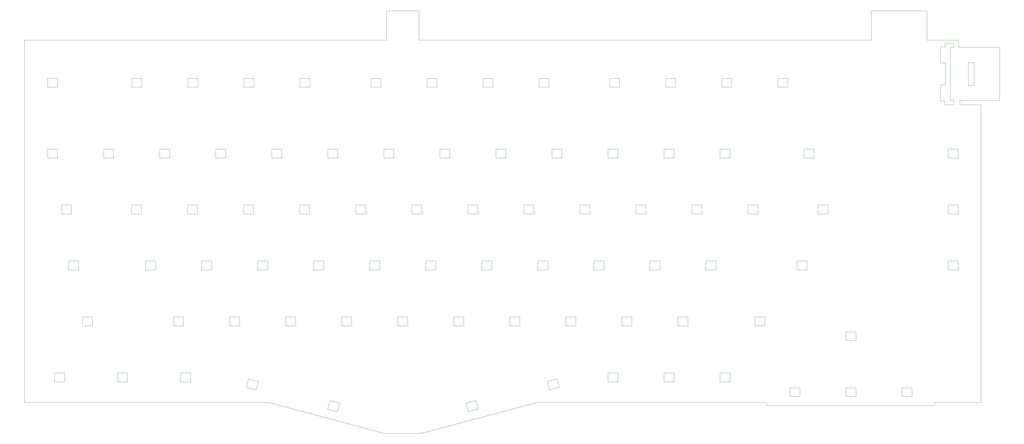
<source format=gbr>
%TF.GenerationSoftware,KiCad,Pcbnew,(6.0.7)*%
%TF.CreationDate,2022-09-18T02:02:10+02:00*%
%TF.ProjectId,Kanagawa_rgb_ansi_stamp,4b616e61-6761-4776-915f-7267625f616e,rev?*%
%TF.SameCoordinates,Original*%
%TF.FileFunction,Profile,NP*%
%FSLAX46Y46*%
G04 Gerber Fmt 4.6, Leading zero omitted, Abs format (unit mm)*
G04 Created by KiCad (PCBNEW (6.0.7)) date 2022-09-18 02:02:10*
%MOMM*%
%LPD*%
G01*
G04 APERTURE LIST*
%TA.AperFunction,Profile*%
%ADD10C,0.050000*%
%TD*%
%TA.AperFunction,Profile*%
%ADD11C,0.120000*%
%TD*%
G04 APERTURE END LIST*
D10*
X183889820Y-196469915D02*
X223076035Y-185970000D01*
X358562500Y-186970000D02*
X301412500Y-186970000D01*
X183889820Y-196469915D02*
X171285180Y-196469915D01*
X371839999Y-70119997D02*
X369839998Y-70119999D01*
X49000000Y-62570000D02*
X49000000Y-185970000D01*
X132098965Y-185970000D02*
X171285180Y-196469915D01*
X355780000Y-62570000D02*
X366530000Y-62570000D01*
X360350000Y-77845000D02*
X362113000Y-77845000D01*
X374225000Y-185970000D02*
X358562500Y-185970000D01*
X49000000Y-62570000D02*
X172087500Y-62570000D01*
X380539999Y-83119999D02*
X380539997Y-65119997D01*
X360350000Y-70345000D02*
X362113000Y-70345000D01*
X365000000Y-83120000D02*
X365000000Y-84595000D01*
X49000000Y-185970000D02*
X132098965Y-185970000D01*
X379225000Y-83120000D02*
X380539999Y-83119999D01*
X360350000Y-77845000D02*
X360350000Y-83345000D01*
X183087500Y-62570000D02*
X336900000Y-62570000D01*
X369840000Y-78119997D02*
X371840000Y-78119998D01*
X365000000Y-84595000D02*
X361950000Y-84595000D01*
X367000000Y-84595000D02*
X374225000Y-84595000D01*
X365000000Y-65120000D02*
X363780000Y-65120000D01*
X362113000Y-77845000D02*
X362113000Y-70345000D01*
X361950000Y-83345000D02*
X360350000Y-83345000D01*
X369839998Y-70119999D02*
X369840000Y-78119997D01*
X379225000Y-65120000D02*
X380539997Y-65119997D01*
X336900000Y-52570000D02*
X355780000Y-52570000D01*
X371840000Y-78119998D02*
X371839999Y-70119997D01*
X360350000Y-70345000D02*
X360350000Y-64845000D01*
X355780000Y-52570000D02*
X355780000Y-62570000D01*
X365000000Y-83120000D02*
X363780000Y-83119998D01*
X365000000Y-63595000D02*
X365000000Y-65120000D01*
X361950000Y-83345000D02*
X361950000Y-84595000D01*
X363780000Y-65120000D02*
X363780000Y-83119998D01*
X358562500Y-185970000D02*
X358562500Y-186970000D01*
X379225000Y-65120000D02*
X366530000Y-65120000D01*
X367000000Y-83120000D02*
X379225000Y-83120000D01*
X336900000Y-62570000D02*
X336900000Y-52570000D01*
X183087500Y-52570000D02*
X172087500Y-52570000D01*
X301412500Y-186970000D02*
X301412500Y-185970000D01*
X183087500Y-52570000D02*
X183087500Y-62570000D01*
X360350000Y-64845000D02*
X361950000Y-64845000D01*
X172087500Y-62570000D02*
X172087500Y-52570000D01*
X366530000Y-62570000D02*
X366530000Y-65120000D01*
X374225000Y-185970000D02*
X374225000Y-84595000D01*
X365000000Y-63595000D02*
X361950000Y-63595000D01*
X301412500Y-185970000D02*
X223076035Y-185970000D01*
X367000000Y-84595000D02*
X367000000Y-83120000D01*
X361950000Y-64845000D02*
X361950000Y-63595000D01*
D11*
%TO.C,KD13*%
X366400000Y-102695000D02*
X363000000Y-102695000D01*
X366400000Y-99695000D02*
X366400000Y-102695000D01*
X363000000Y-99695000D02*
X366400000Y-99695000D01*
X363000000Y-102695000D02*
X363000000Y-99695000D01*
%TO.C,KA5*%
X170125000Y-78595000D02*
X166725000Y-78595000D01*
X170125000Y-75595000D02*
X170125000Y-78595000D01*
X166725000Y-78595000D02*
X166725000Y-75595000D01*
X166725000Y-75595000D02*
X170125000Y-75595000D01*
%TO.C,KF9*%
X285425000Y-175895000D02*
X288825000Y-175895000D01*
X285425000Y-178895000D02*
X285425000Y-175895000D01*
X288825000Y-175895000D02*
X288825000Y-178895000D01*
X288825000Y-178895000D02*
X285425000Y-178895000D01*
%TO.C,KC7*%
X203100000Y-118745000D02*
X203100000Y-121745000D01*
X203100000Y-121745000D02*
X199700000Y-121745000D01*
X199700000Y-118745000D02*
X203100000Y-118745000D01*
X199700000Y-121745000D02*
X199700000Y-118745000D01*
%TO.C,KE11*%
X300731250Y-156845000D02*
X300731250Y-159845000D01*
X300731250Y-159845000D02*
X297331250Y-159845000D01*
X297331250Y-159845000D02*
X297331250Y-156845000D01*
X297331250Y-156845000D02*
X300731250Y-156845000D01*
%TO.C,KC9*%
X237800000Y-118745000D02*
X241200000Y-118745000D01*
X241200000Y-118745000D02*
X241200000Y-121745000D01*
X237800000Y-121745000D02*
X237800000Y-118745000D01*
X241200000Y-121745000D02*
X237800000Y-121745000D01*
%TO.C,KB9*%
X228275000Y-99695000D02*
X231675000Y-99695000D01*
X231675000Y-99695000D02*
X231675000Y-102695000D01*
X231675000Y-102695000D02*
X228275000Y-102695000D01*
X228275000Y-102695000D02*
X228275000Y-99695000D01*
%TO.C,KF3*%
X124423816Y-180781739D02*
X125200274Y-177883962D01*
X125200274Y-177883962D02*
X128484421Y-178763947D01*
X127707964Y-181661724D02*
X124423816Y-180781739D01*
X128484421Y-178763947D02*
X127707964Y-181661724D01*
%TO.C,KB0*%
X56825000Y-99695000D02*
X60225000Y-99695000D01*
X60225000Y-99695000D02*
X60225000Y-102695000D01*
X60225000Y-102695000D02*
X56825000Y-102695000D01*
X56825000Y-102695000D02*
X56825000Y-99695000D01*
%TO.C,KC2*%
X107850000Y-121745000D02*
X104450000Y-121745000D01*
X107850000Y-118745000D02*
X107850000Y-121745000D01*
X104450000Y-121745000D02*
X104450000Y-118745000D01*
X104450000Y-118745000D02*
X107850000Y-118745000D01*
%TO.C,KD7*%
X207862500Y-140795000D02*
X204462500Y-140795000D01*
X204462500Y-137795000D02*
X207862500Y-137795000D01*
X204462500Y-140795000D02*
X204462500Y-137795000D01*
X207862500Y-137795000D02*
X207862500Y-140795000D01*
%TO.C,KA7*%
X204825000Y-78595000D02*
X204825000Y-75595000D01*
X204825000Y-75595000D02*
X208225000Y-75595000D01*
X208225000Y-75595000D02*
X208225000Y-78595000D01*
X208225000Y-78595000D02*
X204825000Y-78595000D01*
%TO.C,KC3*%
X126900000Y-121745000D02*
X123500000Y-121745000D01*
X123500000Y-121745000D02*
X123500000Y-118745000D01*
X126900000Y-118745000D02*
X126900000Y-121745000D01*
X123500000Y-118745000D02*
X126900000Y-118745000D01*
%TO.C,KA10*%
X267025000Y-75595000D02*
X270425000Y-75595000D01*
X267025000Y-78595000D02*
X267025000Y-75595000D01*
X270425000Y-75595000D02*
X270425000Y-78595000D01*
X270425000Y-78595000D02*
X267025000Y-78595000D01*
%TO.C,KC5*%
X161600000Y-118745000D02*
X165000000Y-118745000D01*
X165000000Y-118745000D02*
X165000000Y-121745000D01*
X165000000Y-121745000D02*
X161600000Y-121745000D01*
X161600000Y-121745000D02*
X161600000Y-118745000D01*
%TO.C,KF11*%
X328287500Y-183945000D02*
X328287500Y-180945000D01*
X331687500Y-183945000D02*
X328287500Y-183945000D01*
X328287500Y-180945000D02*
X331687500Y-180945000D01*
X331687500Y-180945000D02*
X331687500Y-183945000D01*
%TO.C,KE7*%
X213987500Y-159845000D02*
X213987500Y-156845000D01*
X217387500Y-159845000D02*
X213987500Y-159845000D01*
X217387500Y-156845000D02*
X217387500Y-159845000D01*
X213987500Y-156845000D02*
X217387500Y-156845000D01*
%TO.C,KF12*%
X347337500Y-180945000D02*
X350737500Y-180945000D01*
X350737500Y-180945000D02*
X350737500Y-183945000D01*
X350737500Y-183945000D02*
X347337500Y-183945000D01*
X347337500Y-183945000D02*
X347337500Y-180945000D01*
%TO.C,KE5*%
X179287500Y-159845000D02*
X175887500Y-159845000D01*
X175887500Y-156845000D02*
X179287500Y-156845000D01*
X179287500Y-156845000D02*
X179287500Y-159845000D01*
X175887500Y-159845000D02*
X175887500Y-156845000D01*
%TO.C,KB5*%
X155475000Y-99695000D02*
X155475000Y-102695000D01*
X152075000Y-102695000D02*
X152075000Y-99695000D01*
X155475000Y-102695000D02*
X152075000Y-102695000D01*
X152075000Y-99695000D02*
X155475000Y-99695000D01*
%TO.C,KD10*%
X265012500Y-140795000D02*
X261612500Y-140795000D01*
X261612500Y-140795000D02*
X261612500Y-137795000D01*
X265012500Y-137795000D02*
X265012500Y-140795000D01*
X261612500Y-137795000D02*
X265012500Y-137795000D01*
%TO.C,KA0*%
X60225000Y-78595000D02*
X56825000Y-78595000D01*
X60225000Y-75595000D02*
X60225000Y-78595000D01*
X56825000Y-78595000D02*
X56825000Y-75595000D01*
X56825000Y-75595000D02*
X60225000Y-75595000D01*
%TO.C,KD1*%
X93562500Y-140795000D02*
X90162500Y-140795000D01*
X93562500Y-137795000D02*
X93562500Y-140795000D01*
X90162500Y-137795000D02*
X93562500Y-137795000D01*
X90162500Y-140795000D02*
X90162500Y-137795000D01*
%TO.C,KB10*%
X247325000Y-99695000D02*
X250725000Y-99695000D01*
X247325000Y-102695000D02*
X247325000Y-99695000D01*
X250725000Y-99695000D02*
X250725000Y-102695000D01*
X250725000Y-102695000D02*
X247325000Y-102695000D01*
%TO.C,KC11*%
X279300000Y-118745000D02*
X279300000Y-121745000D01*
X275900000Y-121745000D02*
X275900000Y-118745000D01*
X279300000Y-121745000D02*
X275900000Y-121745000D01*
X275900000Y-118745000D02*
X279300000Y-118745000D01*
%TO.C,KF1*%
X80637500Y-175895000D02*
X84037500Y-175895000D01*
X80637500Y-178895000D02*
X80637500Y-175895000D01*
X84037500Y-178895000D02*
X80637500Y-178895000D01*
X84037500Y-175895000D02*
X84037500Y-178895000D01*
%TO.C,KE6*%
X194937500Y-156845000D02*
X198337500Y-156845000D01*
X198337500Y-156845000D02*
X198337500Y-159845000D01*
X194937500Y-159845000D02*
X194937500Y-156845000D01*
X198337500Y-159845000D02*
X194937500Y-159845000D01*
%TO.C,KA3*%
X126975000Y-75595000D02*
X126975000Y-78595000D01*
X126975000Y-78595000D02*
X123575000Y-78595000D01*
X123575000Y-75595000D02*
X126975000Y-75595000D01*
X123575000Y-78595000D02*
X123575000Y-75595000D01*
%TO.C,KE4*%
X160237500Y-159845000D02*
X156837500Y-159845000D01*
X156837500Y-159845000D02*
X156837500Y-156845000D01*
X160237500Y-156845000D02*
X160237500Y-159845000D01*
X156837500Y-156845000D02*
X160237500Y-156845000D01*
%TO.C,KD11*%
X284062500Y-137795000D02*
X284062500Y-140795000D01*
X280662500Y-137795000D02*
X284062500Y-137795000D01*
X280662500Y-140795000D02*
X280662500Y-137795000D01*
X284062500Y-140795000D02*
X280662500Y-140795000D01*
%TO.C,KD8*%
X223512500Y-137795000D02*
X226912500Y-137795000D01*
X226912500Y-137795000D02*
X226912500Y-140795000D01*
X223512500Y-140795000D02*
X223512500Y-137795000D01*
X226912500Y-140795000D02*
X223512500Y-140795000D01*
%TO.C,KF0*%
X59206250Y-178895000D02*
X59206250Y-175895000D01*
X62606250Y-175895000D02*
X62606250Y-178895000D01*
X59206250Y-175895000D02*
X62606250Y-175895000D01*
X62606250Y-178895000D02*
X59206250Y-178895000D01*
%TO.C,KE3*%
X137787500Y-156845000D02*
X141187500Y-156845000D01*
X137787500Y-159845000D02*
X137787500Y-156845000D01*
X141187500Y-156845000D02*
X141187500Y-159845000D01*
X141187500Y-159845000D02*
X137787500Y-159845000D01*
%TO.C,KF10*%
X309237500Y-183945000D02*
X309237500Y-180945000D01*
X312637500Y-180945000D02*
X312637500Y-183945000D01*
X309237500Y-180945000D02*
X312637500Y-180945000D01*
X312637500Y-183945000D02*
X309237500Y-183945000D01*
%TO.C,KC0*%
X61587500Y-121745000D02*
X61587500Y-118745000D01*
X61587500Y-118745000D02*
X64987500Y-118745000D01*
X64987500Y-121745000D02*
X61587500Y-121745000D01*
X64987500Y-118745000D02*
X64987500Y-121745000D01*
%TO.C,KD6*%
X185412500Y-140795000D02*
X185412500Y-137795000D01*
X185412500Y-137795000D02*
X188812500Y-137795000D01*
X188812500Y-140795000D02*
X185412500Y-140795000D01*
X188812500Y-137795000D02*
X188812500Y-140795000D01*
%TO.C,KB2*%
X94925000Y-102695000D02*
X94925000Y-99695000D01*
X94925000Y-99695000D02*
X98325000Y-99695000D01*
X98325000Y-102695000D02*
X94925000Y-102695000D01*
X98325000Y-99695000D02*
X98325000Y-102695000D01*
%TO.C,KC4*%
X142550000Y-121745000D02*
X142550000Y-118745000D01*
X142550000Y-118745000D02*
X145950000Y-118745000D01*
X145950000Y-118745000D02*
X145950000Y-121745000D01*
X145950000Y-121745000D02*
X142550000Y-121745000D01*
%TO.C,KD0*%
X63968750Y-137795000D02*
X67368750Y-137795000D01*
X67368750Y-137795000D02*
X67368750Y-140795000D01*
X67368750Y-140795000D02*
X63968750Y-140795000D01*
X63968750Y-140795000D02*
X63968750Y-137795000D01*
%TO.C,KD3*%
X131662500Y-137795000D02*
X131662500Y-140795000D01*
X128262500Y-137795000D02*
X131662500Y-137795000D01*
X131662500Y-140795000D02*
X128262500Y-140795000D01*
X128262500Y-140795000D02*
X128262500Y-137795000D01*
%TO.C,KF5*%
X202373396Y-185279717D02*
X203149853Y-188177494D01*
X203149853Y-188177494D02*
X199865705Y-189057479D01*
X199089248Y-186159701D02*
X202373396Y-185279717D01*
X199865705Y-189057479D02*
X199089248Y-186159701D01*
%TO.C,KF8*%
X269775000Y-178895000D02*
X266375000Y-178895000D01*
X266375000Y-175895000D02*
X269775000Y-175895000D01*
X269775000Y-175895000D02*
X269775000Y-178895000D01*
X266375000Y-178895000D02*
X266375000Y-175895000D01*
%TO.C,KA11*%
X289475000Y-75595000D02*
X289475000Y-78595000D01*
X289475000Y-78595000D02*
X286075000Y-78595000D01*
X286075000Y-75595000D02*
X289475000Y-75595000D01*
X286075000Y-78595000D02*
X286075000Y-75595000D01*
%TO.C,KD5*%
X169762500Y-137795000D02*
X169762500Y-140795000D01*
X169762500Y-140795000D02*
X166362500Y-140795000D01*
X166362500Y-140795000D02*
X166362500Y-137795000D01*
X166362500Y-137795000D02*
X169762500Y-137795000D01*
%TO.C,KA9*%
X247975000Y-78595000D02*
X247975000Y-75595000D01*
X251375000Y-75595000D02*
X251375000Y-78595000D01*
X251375000Y-78595000D02*
X247975000Y-78595000D01*
X247975000Y-75595000D02*
X251375000Y-75595000D01*
%TO.C,KE8*%
X233037500Y-159845000D02*
X233037500Y-156845000D01*
X236437500Y-159845000D02*
X233037500Y-159845000D01*
X236437500Y-156845000D02*
X236437500Y-159845000D01*
X233037500Y-156845000D02*
X236437500Y-156845000D01*
%TO.C,KB3*%
X113975000Y-102695000D02*
X113975000Y-99695000D01*
X117375000Y-99695000D02*
X117375000Y-102695000D01*
X113975000Y-99695000D02*
X117375000Y-99695000D01*
X117375000Y-102695000D02*
X113975000Y-102695000D01*
%TO.C,KC6*%
X180650000Y-121745000D02*
X180650000Y-118745000D01*
X180650000Y-118745000D02*
X184050000Y-118745000D01*
X184050000Y-121745000D02*
X180650000Y-121745000D01*
X184050000Y-118745000D02*
X184050000Y-121745000D01*
%TO.C,KB8*%
X212625000Y-99695000D02*
X212625000Y-102695000D01*
X209225000Y-102695000D02*
X209225000Y-99695000D01*
X212625000Y-102695000D02*
X209225000Y-102695000D01*
X209225000Y-99695000D02*
X212625000Y-99695000D01*
%TO.C,KA1*%
X88875000Y-75595000D02*
X88875000Y-78595000D01*
X85475000Y-78595000D02*
X85475000Y-75595000D01*
X88875000Y-78595000D02*
X85475000Y-78595000D01*
X85475000Y-75595000D02*
X88875000Y-75595000D01*
%TO.C,KA12*%
X308525000Y-75595000D02*
X308525000Y-78595000D01*
X305125000Y-75595000D02*
X308525000Y-75595000D01*
X308525000Y-78595000D02*
X305125000Y-78595000D01*
X305125000Y-78595000D02*
X305125000Y-75595000D01*
%TO.C,KA8*%
X227275000Y-78595000D02*
X223875000Y-78595000D01*
X223875000Y-75595000D02*
X227275000Y-75595000D01*
X227275000Y-75595000D02*
X227275000Y-78595000D01*
X223875000Y-78595000D02*
X223875000Y-75595000D01*
%TO.C,KE2*%
X122137500Y-156845000D02*
X122137500Y-159845000D01*
X118737500Y-159845000D02*
X118737500Y-156845000D01*
X122137500Y-159845000D02*
X118737500Y-159845000D01*
X118737500Y-156845000D02*
X122137500Y-156845000D01*
%TO.C,KE13*%
X366400000Y-121745000D02*
X363000000Y-121745000D01*
X363000000Y-118745000D02*
X366400000Y-118745000D01*
X366400000Y-118745000D02*
X366400000Y-121745000D01*
X363000000Y-121745000D02*
X363000000Y-118745000D01*
%TO.C,KC8*%
X222150000Y-121745000D02*
X218750000Y-121745000D01*
X218750000Y-121745000D02*
X218750000Y-118745000D01*
X218750000Y-118745000D02*
X222150000Y-118745000D01*
X222150000Y-118745000D02*
X222150000Y-121745000D01*
%TO.C,KD4*%
X150712500Y-140795000D02*
X147312500Y-140795000D01*
X147312500Y-137795000D02*
X150712500Y-137795000D01*
X150712500Y-137795000D02*
X150712500Y-140795000D01*
X147312500Y-140795000D02*
X147312500Y-137795000D01*
%TO.C,KB11*%
X266375000Y-99695000D02*
X269775000Y-99695000D01*
X266375000Y-102695000D02*
X266375000Y-99695000D01*
X269775000Y-99695000D02*
X269775000Y-102695000D01*
X269775000Y-102695000D02*
X266375000Y-102695000D01*
%TO.C,KF7*%
X250725000Y-175895000D02*
X250725000Y-178895000D01*
X247325000Y-178895000D02*
X247325000Y-175895000D01*
X247325000Y-175895000D02*
X250725000Y-175895000D01*
X250725000Y-178895000D02*
X247325000Y-178895000D01*
%TO.C,KE0*%
X72131250Y-159845000D02*
X68731250Y-159845000D01*
X72131250Y-156845000D02*
X72131250Y-159845000D01*
X68731250Y-159845000D02*
X68731250Y-156845000D01*
X68731250Y-156845000D02*
X72131250Y-156845000D01*
%TO.C,KC1*%
X88800000Y-121745000D02*
X85400000Y-121745000D01*
X85400000Y-118745000D02*
X88800000Y-118745000D01*
X85400000Y-121745000D02*
X85400000Y-118745000D01*
X88800000Y-118745000D02*
X88800000Y-121745000D01*
%TO.C,KE1*%
X99687500Y-159845000D02*
X99687500Y-156845000D01*
X99687500Y-156845000D02*
X103087500Y-156845000D01*
X103087500Y-159845000D02*
X99687500Y-159845000D01*
X103087500Y-156845000D02*
X103087500Y-159845000D01*
%TO.C,KC13*%
X318762500Y-121745000D02*
X318762500Y-118745000D01*
X322162500Y-121745000D02*
X318762500Y-121745000D01*
X318762500Y-118745000D02*
X322162500Y-118745000D01*
X322162500Y-118745000D02*
X322162500Y-121745000D01*
%TO.C,KB13*%
X317400000Y-99695000D02*
X317400000Y-102695000D01*
X317400000Y-102695000D02*
X314000000Y-102695000D01*
X314000000Y-99695000D02*
X317400000Y-99695000D01*
X314000000Y-102695000D02*
X314000000Y-99695000D01*
%TO.C,KF4*%
X156085752Y-186159701D02*
X155309295Y-189057479D01*
X152801604Y-185279716D02*
X156085752Y-186159701D01*
X152025147Y-188177494D02*
X152801604Y-185279716D01*
X155309295Y-189057479D02*
X152025147Y-188177494D01*
%TO.C,KA4*%
X142625000Y-78595000D02*
X142625000Y-75595000D01*
X146025000Y-75595000D02*
X146025000Y-78595000D01*
X146025000Y-78595000D02*
X142625000Y-78595000D01*
X142625000Y-75595000D02*
X146025000Y-75595000D01*
%TO.C,KC12*%
X294950000Y-121745000D02*
X294950000Y-118745000D01*
X298350000Y-118745000D02*
X298350000Y-121745000D01*
X298350000Y-121745000D02*
X294950000Y-121745000D01*
X294950000Y-118745000D02*
X298350000Y-118745000D01*
%TO.C,KB12*%
X285425000Y-99695000D02*
X288825000Y-99695000D01*
X285425000Y-102695000D02*
X285425000Y-99695000D01*
X288825000Y-102695000D02*
X285425000Y-102695000D01*
X288825000Y-99695000D02*
X288825000Y-102695000D01*
%TO.C,KB4*%
X133025000Y-99695000D02*
X136425000Y-99695000D01*
X136425000Y-102695000D02*
X133025000Y-102695000D01*
X136425000Y-99695000D02*
X136425000Y-102695000D01*
X133025000Y-102695000D02*
X133025000Y-99695000D01*
%TO.C,KB6*%
X174525000Y-99695000D02*
X174525000Y-102695000D01*
X171125000Y-102695000D02*
X171125000Y-99695000D01*
X174525000Y-102695000D02*
X171125000Y-102695000D01*
X171125000Y-99695000D02*
X174525000Y-99695000D01*
%TO.C,KA6*%
X185775000Y-75595000D02*
X189175000Y-75595000D01*
X189175000Y-78595000D02*
X185775000Y-78595000D01*
X185775000Y-78595000D02*
X185775000Y-75595000D01*
X189175000Y-75595000D02*
X189175000Y-78595000D01*
%TO.C,KA2*%
X107925000Y-78595000D02*
X104525000Y-78595000D01*
X104525000Y-78595000D02*
X104525000Y-75595000D01*
X107925000Y-75595000D02*
X107925000Y-78595000D01*
X104525000Y-75595000D02*
X107925000Y-75595000D01*
%TO.C,KF2*%
X102068750Y-178895000D02*
X102068750Y-175895000D01*
X102068750Y-175895000D02*
X105468750Y-175895000D01*
X105468750Y-178895000D02*
X102068750Y-178895000D01*
X105468750Y-175895000D02*
X105468750Y-178895000D01*
%TO.C,KD2*%
X112612500Y-140795000D02*
X109212500Y-140795000D01*
X112612500Y-137795000D02*
X112612500Y-140795000D01*
X109212500Y-140795000D02*
X109212500Y-137795000D01*
X109212500Y-137795000D02*
X112612500Y-137795000D01*
%TO.C,KF13*%
X363000000Y-137795000D02*
X366400000Y-137795000D01*
X366400000Y-140795000D02*
X363000000Y-140795000D01*
X366400000Y-137795000D02*
X366400000Y-140795000D01*
X363000000Y-140795000D02*
X363000000Y-137795000D01*
%TO.C,KB7*%
X190175000Y-102695000D02*
X190175000Y-99695000D01*
X190175000Y-99695000D02*
X193575000Y-99695000D01*
X193575000Y-102695000D02*
X190175000Y-102695000D01*
X193575000Y-99695000D02*
X193575000Y-102695000D01*
%TO.C,KE10*%
X271137500Y-159845000D02*
X271137500Y-156845000D01*
X271137500Y-156845000D02*
X274537500Y-156845000D01*
X274537500Y-156845000D02*
X274537500Y-159845000D01*
X274537500Y-159845000D02*
X271137500Y-159845000D01*
%TO.C,KB1*%
X79275000Y-99695000D02*
X79275000Y-102695000D01*
X79275000Y-102695000D02*
X75875000Y-102695000D01*
X75875000Y-99695000D02*
X79275000Y-99695000D01*
X75875000Y-102695000D02*
X75875000Y-99695000D01*
%TO.C,KD12*%
X315018750Y-140795000D02*
X311618750Y-140795000D01*
X311618750Y-137795000D02*
X315018750Y-137795000D01*
X311618750Y-140795000D02*
X311618750Y-137795000D01*
X315018750Y-137795000D02*
X315018750Y-140795000D01*
%TO.C,KE9*%
X255487500Y-159845000D02*
X252087500Y-159845000D01*
X255487500Y-156845000D02*
X255487500Y-159845000D01*
X252087500Y-159845000D02*
X252087500Y-156845000D01*
X252087500Y-156845000D02*
X255487500Y-156845000D01*
%TO.C,KC10*%
X260250000Y-121745000D02*
X256850000Y-121745000D01*
X256850000Y-121745000D02*
X256850000Y-118745000D01*
X260250000Y-118745000D02*
X260250000Y-121745000D01*
X256850000Y-118745000D02*
X260250000Y-118745000D01*
%TO.C,KE12*%
X328287500Y-164895000D02*
X328287500Y-161895000D01*
X331687500Y-164895000D02*
X328287500Y-164895000D01*
X328287500Y-161895000D02*
X331687500Y-161895000D01*
X331687500Y-161895000D02*
X331687500Y-164895000D01*
%TO.C,KD9*%
X242562500Y-140795000D02*
X242562500Y-137795000D01*
X245962500Y-140795000D02*
X242562500Y-140795000D01*
X242562500Y-137795000D02*
X245962500Y-137795000D01*
X245962500Y-137795000D02*
X245962500Y-140795000D01*
%TO.C,KF6*%
X227467036Y-181661724D02*
X226690579Y-178763947D01*
X229974726Y-177883962D02*
X230751184Y-180781740D01*
X226690579Y-178763947D02*
X229974726Y-177883962D01*
X230751184Y-180781740D02*
X227467036Y-181661724D01*
%TD*%
M02*

</source>
